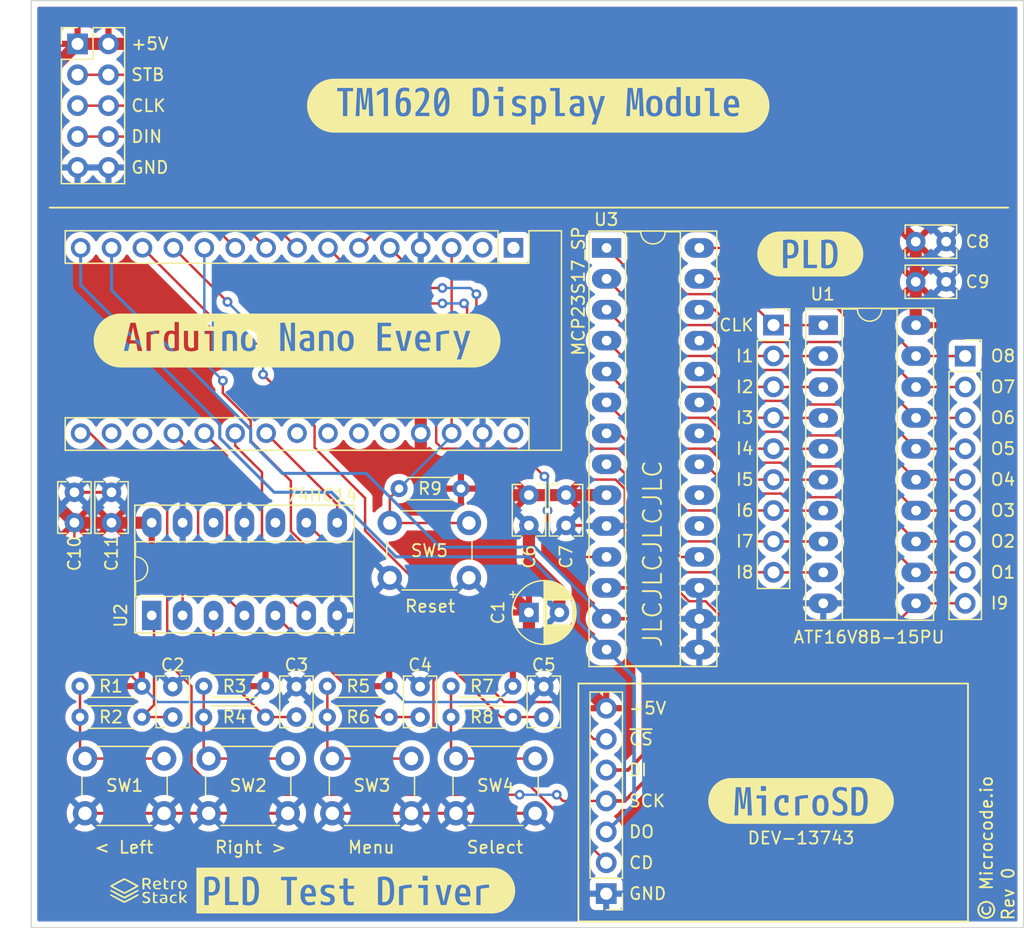
<source format=kicad_pcb>
(kicad_pcb (version 20211014) (generator pcbnew)
  (layers (0 "F.Cu" signal) (31 "B.Cu" mixed) (34 "B.Paste" user) (35 "F.Paste" user) (36 "B.SilkS" user "B.Silkscreen") (37 "F.SilkS" user "F.Silkscreen") (38 "B.Mask" user) (39 "F.Mask" user) (44 "Edge.Cuts" user))
  (net 0 "")
  (net 3 "/~{RESET}")
  (net 4 "GND")
  (net 5 "/GPIO_~{RST}")
  (net 6 "/CLK")
  (net 7 "/In9{slash}~{OE}")
  (net 8 "/DSP_STB")
  (net 9 "/DSP_CLK")
  (net 10 "/DSP_DIN")
  (net 11 "/SD_CD")
  (net 12 "/SD_~{CS}")
  (net 13 "/GPIO_~{CS}")
  (net 14 "/MOSI")
  (net 15 "/MISO")
  (net 16 "/SCK")
  (net 19 "/BTN_LEFT")
  (net 20 "/BTN_RIGHT")
  (net 21 "/BTN_MENU")
  (net 22 "/BTN_SEL")
  (net 27 "+5V")
  (net 29 "/RC_LEFT")
  (net 30 "/RC_RIGHT")
  (net 31 "/RC_MENU")
  (net 32 "/RC_SEL")
  (net 33 "/In1")
  (net 34 "/In2")
  (net 35 "/In3")
  (net 36 "/In4")
  (net 37 "/In5")
  (net 38 "/In6")
  (net 39 "/In7")
  (net 40 "/In8")
  (net 41 "/Out8")
  (net 42 "/Out7")
  (net 43 "/Out6")
  (net 44 "/Out5")
  (net 45 "/Out4")
  (net 46 "/Out3")
  (net 47 "/Out2")
  (net 48 "/Out1")
  (net 53 "/VD_L")
  (net 54 "/VD_R")
  (net 55 "/VD_M")
  (net 56 "/VD_S")
  (footprint "RetroStack:RetroStackFullLogo13x10mm" (layer "F.Cu") (at 85.598 104.394)
    (fp_text reference "G***" hide)
    (fp_text value "LOGO" hide)
  )
  (footprint "Capacitor_THT:C_Rect_L4.0mm_W2.5mm_P2.50mm" (layer "F.Cu") (at 116.84 71.882 -90)
    (fp_text reference "C6")
    (fp_text value "1u")
  )
  (footprint "kibuzzard-644A8BCE" (layer "F.Cu") (at 139.192 97.028)
    (fp_text reference "kibuzzard-644A8BCE" hide)
    (fp_text value "G***" hide)
  )
  (footprint "Capacitor_THT:C_Rect_L4.0mm_W2.5mm_P2.50mm" (layer "F.Cu") (at 118.058 90.134 90)
    (fp_text reference "C5")
    (fp_text value "1u")
  )
  (footprint "Capacitor_THT:CP_Radial_D5.0mm_P2.50mm" (layer "F.Cu") (at 116.84 81.534)
    (fp_text reference "C1")
    (fp_text value "10u")
  )
  (footprint "Capacitor_THT:C_Rect_L4.0mm_W2.5mm_P2.50mm" (layer "F.Cu") (at 97.738 90.134 90)
    (fp_text reference "C3")
    (fp_text value "1u")
  )
  (footprint "Resistor_THT:R_Axial_DIN0204_L3.6mm_D1.6mm_P5.08mm_Horizontal" (layer "F.Cu") (at 90.118 90.134)
    (fp_text reference "R4")
    (fp_text value "1k")
  )
  (footprint "Button_Switch_THT:SW_PUSH_6mm" (layer "F.Cu") (at 86.868 98.044 180)
    (fp_text reference "SW1")
    (fp_text value "SW_Left")
  )
  (footprint "Package_DIP:DIP-28_W7.62mm_Socket_LongPads" (layer "F.Cu") (at 123.215 51.572)
    (fp_text reference "U3")
    (fp_text value "MCP23S17_SP")
  )
  (footprint "Capacitor_THT:C_Rect_L4.0mm_W2.5mm_P2.50mm" (layer "F.Cu") (at 82.545 74.158 90)
    (fp_text reference "C11")
    (fp_text value "0u1")
  )
  (footprint "Package_DIP:DIP-14_W7.62mm_Socket_LongPads" (layer "F.Cu") (at 85.847 81.778 90)
    (fp_text reference "U2")
    (fp_text value "74HC14")
  )
  (footprint "Connector_PinSocket_2.54mm:PinSocket_1x09_P2.54mm_Vertical" (layer "F.Cu") (at 152.679 60.462)
    (fp_text reference "J4" hide)
    (fp_text value "HDR_OUT")
  )
  (footprint "Capacitor_THT:C_Rect_L4.0mm_W2.5mm_P2.50mm" (layer "F.Cu") (at 87.578 90.134 90)
    (fp_text reference "C2")
    (fp_text value "1u")
  )
  (footprint "kibuzzard-644A909B" (layer "F.Cu") (at 139.954 52.07)
    (fp_text reference "kibuzzard-644A909B" hide)
    (fp_text value "G***" hide)
  )
  (footprint "Button_Switch_THT:SW_PUSH_6mm" (layer "F.Cu") (at 107.188 98.044 180)
    (fp_text reference "SW3")
    (fp_text value "SW_Menu")
  )
  (footprint "Module:Arduino_Nano" (layer "F.Cu") (at 115.57 51.562 -90)
    (fp_text reference "A1" hide)
    (fp_text value "Arduino_Nano_Every")
  )
  (footprint "Package_DIP:DIP-20_W7.62mm_Socket_LongPads" (layer "F.Cu") (at 141.02 57.922)
    (fp_text reference "U1")
    (fp_text value "ATF16V8B-15PU")
  )
  (footprint "Capacitor_THT:C_Rect_L4.0mm_W2.5mm_P2.50mm" (layer "F.Cu") (at 148.615 54.356)
    (fp_text reference "C9")
    (fp_text value "0u1")
  )
  (footprint "Resistor_THT:R_Axial_DIN0204_L3.6mm_D1.6mm_P5.08mm_Horizontal" (layer "F.Cu") (at 79.958 87.594)
    (fp_text reference "R1")
    (fp_text value "1k")
  )
  (footprint "Button_Switch_THT:SW_PUSH_6mm" (layer "F.Cu") (at 97.028 98.044 180)
    (fp_text reference "SW2")
    (fp_text value "SW_Right")
  )
  (footprint "Resistor_THT:R_Axial_DIN0204_L3.6mm_D1.6mm_P5.08mm_Horizontal" (layer "F.Cu") (at 110.438 90.134)
    (fp_text reference "R8")
    (fp_text value "1k")
  )
  (footprint "Connector_PinHeader_2.54mm:PinHeader_1x07_P2.54mm_Vertical" (layer "F.Cu") (at 123.19 104.648 180)
    (fp_text reference "J2" hide)
    (fp_text value "HDR_SD")
  )
  (footprint "kibuzzard-644A90FB" (layer "F.Cu") (at 97.79 59.182)
    (fp_text reference "kibuzzard-644A90FB" hide)
    (fp_text value "G***" hide)
  )
  (footprint "kibuzzard-644AA1EA" (layer "F.Cu") (at 102.616 104.394)
    (fp_text reference "kibuzzard-644AA1EA" hide)
    (fp_text value "G***" hide)
  )
  (footprint "Connector_PinSocket_2.54mm:PinSocket_1x09_P2.54mm_Vertical" (layer "F.Cu") (at 136.931 57.912)
    (fp_text reference "J3" hide)
    (fp_text value "HDR_IN")
  )
  (footprint "Resistor_THT:R_Axial_DIN0204_L3.6mm_D1.6mm_P5.08mm_Horizontal" (layer "F.Cu") (at 79.958 90.134)
    (fp_text reference "R2")
    (fp_text value "1k")
  )
  (footprint "Capacitor_THT:C_Rect_L4.0mm_W2.5mm_P2.50mm" (layer "F.Cu") (at 107.898 90.134 90)
    (fp_text reference "C4")
    (fp_text value "1u")
  )
  (footprint "Resistor_THT:R_Axial_DIN0204_L3.6mm_D1.6mm_P5.08mm_Horizontal" (layer "F.Cu") (at 90.118 87.594)
    (fp_text reference "R3")
    (fp_text value "1k")
  )
  (footprint "Capacitor_THT:C_Rect_L4.0mm_W2.5mm_P2.50mm" (layer "F.Cu") (at 119.888 71.882 -90)
    (fp_text reference "C7")
    (fp_text value "0u1")
  )
  (footprint "Capacitor_THT:C_Rect_L4.0mm_W2.5mm_P2.50mm" (layer "F.Cu") (at 148.615 51.054)
    (fp_text reference "C8")
    (fp_text value "1u")
  )
  (footprint "Resistor_THT:R_Axial_DIN0204_L3.6mm_D1.6mm_P5.08mm_Horizontal" (layer "F.Cu") (at 100.278 90.134)
    (fp_text reference "R6")
    (fp_text value "1k")
  )
  (footprint "Connector_PinHeader_2.54mm:PinHeader_2x05_P2.54mm_Vertical" (layer "F.Cu") (at 79.756 34.798)
    (fp_text reference "J1" hide)
    (fp_text value "HDR_TM1620DSP")
  )
  (footprint "Button_Switch_THT:SW_PUSH_6mm" (layer "F.Cu") (at 117.348 98.044 180)
    (fp_text reference "SW4")
    (fp_text value "SW_Select")
  )
  (footprint "kibuzzard-644A91A0" (layer "F.Cu") (at 117.602 39.878)
    (fp_text reference "kibuzzard-644A91A0" hide)
    (fp_text value "G***" hide)
  )
  (footprint "Button_Switch_THT:SW_PUSH_6mm" (layer "F.Cu") (at 105.41 74.184)
    (fp_text reference "SW5")
    (fp_text value "SW_RST")
  )
  (footprint "Resistor_THT:R_Axial_DIN0204_L3.6mm_D1.6mm_P5.08mm_Horizontal" (layer "F.Cu") (at 110.438 87.594)
    (fp_text reference "R7")
    (fp_text value "1k")
  )
  (footprint "Capacitor_THT:C_Rect_L4.0mm_W2.5mm_P2.50mm" (layer "F.Cu") (at 79.497 74.158 90)
    (fp_text reference "C10")
    (fp_text value "1u")
  )
  (footprint "Resistor_THT:R_Axial_DIN0204_L3.6mm_D1.6mm_P5.08mm_Horizontal" (layer "F.Cu") (at 100.278 87.594)
    (fp_text reference "R5")
    (fp_text value "1k")
  )
  (footprint "Resistor_THT:R_Axial_DIN0204_L3.6mm_D1.6mm_P5.08mm_Horizontal" (layer "F.Cu") (at 106.172 71.354)
    (fp_text reference "R9")
    (fp_text value "1k")
  )
  (gr_line (start 77.47 48.26) (end 156.21 48.26) (layer "F.SilkS") (width 0.15))
  (gr_rect (start 120.904 87.376) (end 152.908 106.934) (layer "F.SilkS") (width 0.15) (fill none))
  (gr_rect (start 75.946 31.242) (end 157.48 107.442) (layer "Edge.Cuts") (width 0.1) (fill none))
  (gr_text "CLK" (at 135.382 57.912) (layer "F.SilkS") (effects (font (size 1 1)) (justify right)))
  (gr_text "O1" (at 154.686 78.232) (layer "F.SilkS") (effects (font (size 1 1)) (justify left)))
  (gr_text "O4" (at 154.686 70.612) (layer "F.SilkS") (effects (font (size 1 1)) (justify left)))
  (gr_text "JLCJLCJLCJLC" (at 127 76.708 90) (layer "F.SilkS") (effects (font (size 1.5 1.5) (thickness 0.153))))
  (gr_text "O2" (at 154.686 75.692) (layer "F.SilkS") (effects (font (size 1 1)) (justify left)))
  (gr_text "+5V" (at 124.968 89.408) (layer "F.SilkS") (effects (font (size 1 1)) (justify left)))
  (gr_text "I2" (at 135.382 62.992) (layer "F.SilkS") (effects (font (size 1 1)) (justify right)))
  (gr_text "I1" (at 135.382 60.452) (layer "F.SilkS") (effects (font (size 1 1)) (justify right)))
  (gr_text "O6" (at 154.686 65.532) (layer "F.SilkS") (effects (font (size 1 1)) (justify left)))
  (gr_text "© Microcode.io" (at 154.432 106.934 90) (layer "F.SilkS") (effects (font (size 1 1)) (justify left)))
  (gr_text "~{CS}" (at 124.968 91.948) (layer "F.SilkS") (effects (font (size 1 1)) (justify left)))
  (gr_text "Rev 0" (at 156.21 106.934 90) (layer "F.SilkS") (effects (font (size 1 1)) (justify left)))
  (gr_text "SCK" (at 124.968 97.028) (layer "F.SilkS") (effects (font (size 1 1)) (justify left)))
  (gr_text "Reset" (at 108.712 81.026) (layer "F.SilkS") (effects (font (size 1 1))))
  (gr_text "I4" (at 135.382 68.072) (layer "F.SilkS") (effects (font (size 1 1)) (justify right)))
  (gr_text "Select" (at 114.046 100.838) (layer "F.SilkS") (effects (font (size 1 1))))
  (gr_text "O5" (at 154.686 68.072) (layer "F.SilkS") (effects (font (size 1 1)) (justify left)))
  (gr_text "I8" (at 135.382 78.232) (layer "F.SilkS") (effects (font (size 1 1)) (justify right)))
  (gr_text "O8" (at 154.686 60.452) (layer "F.SilkS") (effects (font (size 1 1)) (justify left)))
  (gr_text "O3" (at 154.686 73.152) (layer "F.SilkS") (effects (font (size 1 1)) (justify left)))
  (gr_text "STB" (at 84.074 37.338) (layer "F.SilkS") (effects (font (size 1 1)) (justify left)))
  (gr_text "DI" (at 124.95822 94.488) (layer "F.SilkS") (effects (font (size 1 1)) (justify left)))
  (gr_text "< Left" (at 83.566 100.838) (layer "F.SilkS") (effects (font (size 1 1))))
  (gr_text "I9" (at 154.686 80.772) (layer "F.SilkS") (effects (font (size 1 1)) (justify left)))
  (gr_text "+5V" (at 84.074 34.798) (layer "F.SilkS") (effects (font (size 1 1)) (justify left)))
  (gr_text "CLK" (at 84.074 39.878) (layer "F.SilkS") (effects (font (size 1 1)) (justify left)))
  (gr_text "DIN" (at 84.074 42.418) (layer "F.SilkS") (effects (font (size 1 1)) (justify left)))
  (gr_text "GND" (at 84.074 44.958) (layer "F.SilkS") (effects (font (size 1 1)) (justify left)))
  (gr_text "I3" (at 135.382 65.532) (layer "F.SilkS") (effects (font (size 1 1)) (justify right)))
  (gr_text "O7" (at 154.686 62.992) (layer "F.SilkS") (effects (font (size 1 1)) (justify left)))
  (gr_text "Menu" (at 103.886 100.838) (layer "F.SilkS") (effects (font (size 1 1))))
  (gr_text "DO" (at 124.968 99.568) (layer "F.SilkS") (effects (font (size 1 1)) (justify left)))
  (gr_text "I6" (at 135.382 73.152) (layer "F.SilkS") (effects (font (size 1 1)) (justify right)))
  (gr_text "I7" (at 135.382 75.692) (layer "F.SilkS") (effects (font (size 1 1)) (justify right)))
  (gr_text "CD" (at 124.968 102.108) (layer "F.SilkS") (effects (font (size 1 1)) (justify left)))
  (gr_text "I5" (at 135.382 70.612) (layer "F.SilkS") (effects (font (size 1 1)) (justify right)))
  (gr_text "DEV-13743" (at 139.192 100.076) (layer "F.SilkS") (effects (font (size 1 1))))
  (gr_text "Right >" (at 93.98 100.838) (layer "F.SilkS") (effects (font (size 1 1))))
  (gr_text "GND" (at 124.968 104.648) (layer "F.SilkS") (effects (font (size 1 1)) (justify left)))
  (segment (start 105.41 74.184) (end 105.41 72.116) (width 0.2) (layer "F.Cu") (net 3))
  (segment (start 111.91 74.184) (end 105.41 74.184) (width 0.2) (layer "F.Cu") (net 3))
  (segment (start 110.49 66.802) (end 110.49 51.562) (width 0.2) (layer "F.Cu") (net 3))
  (segment (start 105.41 72.116) (end 106.172 71.354) (width 0.2) (layer "F.Cu") (net 3))
  (segment (start 106.172 71.354) (end 110.49 67.036) (width 0.2) (layer "B.Cu") (net 3))
  (segment (start 117.348 98.044) (end 110.848 98.044) (width 0.25) (layer "F.Cu") (net 4))
  (segment (start 116.84 77.216) (end 116.84 74.382) (width 1) (layer "F.Cu") (net 4))
  (segment (start 107.188 98.044) (end 110.848 98.044) (width 0.25) (layer "F.Cu") (net 4))
  (segment (start 79.497 71.658) (end 82.545 71.658) (width 0.25) (layer "F.Cu") (net 4))
  (segment (start 86.868 98.044) (end 90.528 98.044) (width 0.25) (layer "F.Cu") (net 4))
  (segment (start 121.6399 74.382) (end 121.6899 74.432) (width 0.25) (layer "F.Cu") (net 4))
  (segment (start 80.368 98.044) (end 86.868 98.044) (width 0.25) (layer "F.Cu") (net 4))
  (segment (start 119.888 74.382) (end 121.6399 74.382) (width 0.25) (layer "F.Cu") (net 4))
  (segment (start 119.34 81.534) (end 119.34 79.716) (width 1) (layer "F.Cu") (net 4))
  (segment (start 100.688 98.044) (end 107.188 98.044) (width 0.25) (layer "F.Cu") (net 4))
  (segment (start 123.215 74.432) (end 121.6899 74.432) (width 0.25) (layer "F.Cu") (net 4))
  (segment (start 119.34 79.716) (end 116.84 77.216) (width 1) (layer "F.Cu") (net 4))
  (segment (start 90.528 98.044) (end 97.028 98.044) (width 0.25) (layer "F.Cu") (net 4))
  (segment (start 118.54 87.152) (end 118.058 87.634) (width 0.25) (layer "B.Cu") (net 4))
  (segment (start 124.206 68.072) (end 122.174 68.072) (width 0.2) (layer "F.Cu") (net 5))
  (segment (start 109.728 54.864) (end 108.712 54.864) (width 0.2) (layer "F.Cu") (net 5))
  (segment (start 129.296 76.972) (end 127 74.676) (width 0.2) (layer "F.Cu") (net 5))
  (segment (start 112.522 58.42) (end 112.522 55.372) (width 0.2) (layer "F.Cu") (net 5))
  (segment (start 108.712 54.864) (end 105.41 51.562) (width 0.2) (layer "F.Cu") (net 5))
  (segment (start 130.835 76.972) (end 129.296 76.972) (width 0.2) (layer "F.Cu") (net 5))
  (segment (start 122.174 68.072) (end 112.522 58.42) (width 0.2) (layer "F.Cu") (net 5))
  (segment (start 127 74.676) (end 127 70.866) (width 0.2) (layer "F.Cu") (net 5))
  (segment (start 127 70.866) (end 124.206 68.072) (width 0.2) (layer "F.Cu") (net 5))
  (via (at 109.728 54.864) (size 0.8) (drill 0.4) (layers "F.Cu" "B.Cu") (net 5))
  (via (at 112.522 55.372) (size 0.8) (drill 0.4) (layers "F.Cu" "B.Cu") (net 5))
  (segment (start 112.014 54.864) (end 109.728 54.864) (width 0.2) (layer "B.Cu") (net 5))
  (segment (start 112.522 55.372) (end 112.014 54.864) (width 0.2) (layer "B.Cu") (net 5))
  (segment (start 123.952 49.53) (end 129.794 55.372) (width 0.2) (layer "F.Cu") (net 6))
  (segment (start 141.02 57.922) (end 136.941 57.922) (width 0.2) (layer "F.Cu") (net 6))
  (segment (start 104.902 49.53) (end 123.952 49.53) (width 0.2) (layer "F.Cu") (net 6))
  (segment (start 129.794 55.372) (end 134.391 55.372) (width 0.2) (layer "F.Cu") (net 6))
  (segment (start 102.87 51.562) (end 104.902 49.53) (width 0.2) (layer "F.Cu") (net 6))
  (segment (start 134.391 55.372) (end 136.931 57.912) (width 0.2) (layer "F.Cu") (net 6))
  (segment (start 129.979 80.612) (end 124.715 75.3476) (width 0.2) (layer "F.Cu") (net 7))
  (segment (start 121.92 70.612) (end 111.76 60.452) (width 0.2) (layer "F.Cu") (net 7))
  (segment (start 131.351 80.612) (end 129.979 80.612) (width 0.2) (layer "F.Cu") (net 7))
  (segment (start 148.64 80.782) (end 152.679 80.782) (width 0.2) (layer "F.Cu") (net 7))
  (segment (start 147.126 82.296) (end 133.035 82.296) (width 0.2) (layer "F.Cu") (net 7))
  (segment (start 111.76 56.388) (end 111.506 56.134) (width 0.2) (layer "F.Cu") (net 7))
  (segment (start 104.902 56.134) (end 100.33 51.562) (width 0.2) (layer "F.Cu") (net 7))
  (segment (start 124.715 71.375) (end 123.952 70.612) (width 0.2) (layer "F.Cu") (net 7))
  (segment (start 133.035 82.296) (end 131.351 80.612) (width 0.2) (layer "F.Cu") (net 7))
  (segment (start 148.64 80.782) (end 147.126 82.296) (width 0.2) (layer "F.Cu") (net 7))
  (segment (start 109.728 56.134) (end 104.902 56.134) (width 0.2) (layer "F.Cu") (net 7))
  (segment (start 111.76 60.452) (end 111.76 56.388) (width 0.2) (layer "F.Cu") (net 7))
  (segment (start 123.952 70.612) (end 121.92 70.612) (width 0.2) (layer "F.Cu") (net 7))
  (segment (start 124.715 75.3476) (end 124.715 71.375) (width 0.2) (layer "F.Cu") (net 7))
  (via (at 111.506 56.134) (size 0.8) (drill 0.4) (layers "F.Cu" "B.Cu") (net 7))
  (via (at 109.728 56.134) (size 0.8) (drill 0.4) (layers "F.Cu" "B.Cu") (net 7))
  (segment (start 111.506 56.134) (end 109.728 56.134) (width 0.2) (layer "B.Cu") (net 7))
  (segment (start 82.296 37.338) (end 83.566 37.338) (width 0.2) (layer "F.Cu") (net 8))
  (segment (start 79.756 37.338) (end 82.296 37.338) (width 0.2) (layer "F.Cu") (net 8))
  (segment (start 83.566 37.338) (end 97.79 51.562) (width 0.2) (layer "F.Cu") (net 8))
  (segment (start 79.756 39.878) (end 82.296 39.878) (width 0.2) (layer "F.Cu") (net 9))
  (segment (start 82.296 39.878) (end 83.566 39.878) (width 0.2) (layer "F.Cu") (net 9))
  (segment (start 83.566 39.878) (end 95.25 51.562) (width 0.2) (layer "F.Cu") (net 9))
  (segment (start 79.756 42.418) (end 82.296 42.418) (width 0.2) (layer "F.Cu") (net 10))
  (segment (start 82.296 42.418) (end 83.566 42.418) (width 0.2) (layer "F.Cu") (net 10))
  (segment (start 83.566 42.418) (end 92.71 51.562) (width 0.2) (layer "F.Cu") (net 10))
  (segment (start 97.282 74.851) (end 108.998 86.567) (width 0.2) (layer "F.Cu") (net 11))
  (segment (start 108.998 94.012) (end 110.236 95.25) (width 0.2) (layer "F.Cu") (net 11))
  (segment (start 91.694 63.5) (end 93.98 65.786) (width 0.2) (layer "F.Cu") (net 11))
  (segment (start 110.236 95.25) (end 116.392 95.25) (width 0.2) (layer "F.Cu") (net 11))
  (segment (start 91.694 62.484) (end 91.694 63.5) (width 0.2) (layer "F.Cu") (net 11))
  (segment (start 93.98 65.786) (end 93.98 67.4276) (width 0.2) (layer "F.Cu") (net 11))
  (segment (start 116.392 95.25) (end 123.19 102.048) (width 0.2) (layer "F.Cu") (net 11))
  (segment (start 108.998 86.567) (end 108.998 94.012) (width 0.2) (layer "F.Cu") (net 11))
  (segment (start 93.98 67.4276) (end 97.282 70.7296) (width 0.2) (layer "F.Cu") (net 11))
  (segment (start 97.282 70.7296) (end 97.282 74.851) (width 0.2) (layer "F.Cu") (net 11))
  (via (at 91.694 62.484) (size 0.8) (drill 0.4) (layers "F.Cu" "B.Cu") (net 11))
  (segment (start 91.694 62.484) (end 90.17 60.96) (width 0.2) (layer "B.Cu") (net 11))
  (segment (start 90.17 60.96) (end 90.17 51.562) (width 0.2) (layer "B.Cu") (net 11))
  (segment (start 123.19 91.948) (end 122.174 91.948) (width 0.2) (layer "F.Cu") (net 12))
  (segment (start 103.378 74.8135) (end 103.378 72.136) (width 0.2) (layer "F.Cu") (net 12))
  (segment (start 113.792 85.2275) (end 103.378 74.8135) (width 0.2) (layer "F.Cu") (net 12))
  (segment (start 92.075 56.007) (end 87.63 51.562) (width 0.2) (layer "F.Cu") (net 12))
  (segment (start 113.792 87.884) (end 113.792 85.2275) (width 0.2) (layer "F.Cu") (net 12))
  (segment (start 99.23 67.988) (end 99.23 66.21) (width 0.2) (layer "F.Cu") (net 12))
  (segment (start 103.378 72.136) (end 99.23 67.988) (width 0.2) (layer "F.Cu") (net 12))
  (segment (start 119.126 88.9) (end 114.808 88.9) (width 0.2) (layer "F.Cu") (net 12))
  (segment (start 122.174 91.948) (end 119.126 88.9) (width 0.2) (layer "F.Cu") (net 12))
  (segment (start 99.23 66.21) (end 94.996 61.976) (width 0.2) (layer "F.Cu") (net 12))
  (segment (start 114.808 88.9) (end 113.792 87.884) (width 0.2) (layer "F.Cu") (net 12))
  (via (at 92.075 56.007) (size 0.8) (drill 0.4) (layers "F.Cu" "B.Cu") (net 12))
  (via (at 94.996 61.976) (size 0.8) (drill 0.4) (layers "F.Cu" "B.Cu") (net 12))
  (segment (start 94.996 58.928) (end 92.075 56.007) (width 0.2) (layer "B.Cu") (net 12))
  (segment (start 94.996 61.976) (end 94.996 58.928) (width 0.2) (layer "B.Cu") (net 12))
  (segment (start 109.22 62.738) (end 109.22 67.564) (width 0.2) (layer "F.Cu") (net 13))
  (segment (start 115.824 68.072) (end 118.11 70.358) (width 0.2) (layer "F.Cu") (net 13))
  (segment (start 118.364 75.184) (end 118.364 73.152) (width 0.2) (layer "F.Cu") (net 13))
  (segment (start 109.22 67.564) (end 109.728 68.072) (width 0.2) (layer "F.Cu") (net 13))
  (segment (start 123.215 76.972) (end 120.152 76.972) (width 0.2) (layer "F.Cu") (net 13))
  (segment (start 105.918 59.436) (end 109.22 62.738) (width 0.2) (layer "F.Cu") (net 13))
  (segment (start 92.964 59.436) (end 105.918 59.436) (width 0.2) (layer "F.Cu") (net 13))
  (segment (start 120.152 76.972) (end 118.364 75.184) (width 0.2) (layer "F.Cu") (net 13))
  (segment (start 109.728 68.072) (end 115.824 68.072) (width 0.2) (layer "F.Cu") (net 13))
  (segment (start 85.09 51.562) (end 92.964 59.436) (width 0.2) (layer "F.Cu") (net 13))
  (via (at 118.364 73.152) (size 0.8) (drill 0.4) (layers "F.Cu" "B.Cu") (net 13))
  (via (at 118.11 70.358) (size 0.8) (drill 0.4) (layers "F.Cu" "B.Cu") (net 13))
  (segment (start 118.364 73.152) (end 118.364 70.612) (width 0.2) (layer "B.Cu") (net 13))
  (segment (start 118.364 70.612) (end 118.11 70.358) (width 0.2) (layer "B.Cu") (net 13))
  (segment (start 126.238 93.218) (end 126.238 83.058) (width 0.3) (layer "F.Cu") (net 14))
  (segment (start 123.19 94.488) (end 124.968 94.488) (width 0.3) (layer "F.Cu") (net 14))
  (segment (start 126.238 83.058) (end 125.222 82.042) (width 0.3) (layer "F.Cu") (net 14))
  (segment (start 125.212 82.052) (end 123.215 82.052) (width 0.3) (layer "F.Cu") (net 14))
  (segment (start 125.222 82.042) (end 125.212 82.052) (width 0.3) (layer "F.Cu") (net 14))
  (segment (start 124.968 94.488) (end 126.238 93.218) (width 0.3) (layer "F.Cu") (net 14))
  (segment (start 103.4722 70.104) (end 96.58325 70.104) (width 0.25) (layer "B.Cu") (net 14))
  (segment (start 93.98 66.4809) (end 82.55 55.0509) (width 0.25) (layer "B.Cu") (net 14))
  (segment (start 96.58325 70.104) (end 93.98 67.50075) (width 0.25) (layer "B.Cu") (net 14))
  (segment (start 109.538 76.1698) (end 103.4722 70.104) (width 0.25) (layer "B.Cu") (net 14))
  (segment (start 117.3178 76.1698) (end 109.538 76.1698) (width 0.25) (layer "B.Cu") (net 14))
  (segment (start 82.55 55.0509) (end 82.55 51.562) (width 0.25) (layer "B.Cu") (net 14))
  (segment (start 93.98 67.50075) (end 93.98 66.4809) (width 0.25) (layer "B.Cu") (net 14))
  (segment (start 123.2 82.052) (end 117.3178 76.1698) (width 0.25) (layer "B.Cu") (net 14))
  (segment (start 120.904 81.026) (end 120.904 82.281) (width 0.25) (layer "B.Cu") (net 15))
  (segment (start 95.8975 71.6525) (end 100.6142 71.6525) (width 0.25) (layer "B.Cu") (net 15))
  (segment (start 120.904 82.281) (end 123.215 84.592) (width 0.25) (layer "B.Cu") (net 15))
  (segment (start 80.01 54.61) (end 91.44 66.04) (width 0.25) (layer "B.Cu") (net 15))
  (segment (start 116.8402 76.9622) (end 120.904 81.026) (width 0.25) (layer "B.Cu") (net 15))
  (segment (start 125.476 86.853) (end 125.476 97.282) (width 0.3) (layer "B.Cu") (net 15))
  (segment (start 100.6142 71.6525) (end 105.9239 76.9622) (width 0.25) (layer "B.Cu") (net 15))
  (segment (start 123.215 84.592) (end 125.476 86.853) (width 0.3) (layer "B.Cu") (net 15))
  (segment (start 105.9239 76.9622) (end 116.8402 76.9622) (width 0.25) (layer "B.Cu") (net 15))
  (segment (start 80.01 51.562) (end 80.01 54.61) (width 0.25) (layer "B.Cu") (net 15))
  (segment (start 91.44 66.04) (end 91.44 67.195) (width 0.25) (layer "B.Cu") (net 15))
  (segment (start 125.476 97.282) (end 123.19 99.568) (width 0.3) (layer "B.Cu") (net 15))
  (segment (start 91.44 67.195) (end 95.8975 71.6525) (width 0.25) (layer "B.Cu") (net 15))
  (segment (start 119.126 96.52) (end 119.634 97.028) (width 0.2) (layer "F.Cu") (net 16))
  (segment (start 87.122 73.1374) (end 87.122 85.6224) (width 0.2) (layer "F.Cu") (net 16))
  (segment (start 119.634 97.028) (end 123.19 97.028) (width 0.2) (layer "F.Cu") (net 16))
  (segment (start 127.508 80.772) (end 126.238 79.502) (width 0.3) (layer "F.Cu") (net 16))
  (segment (start 123.19 97.028) (end 124.714 97.028) (width 0.3) (layer "F.Cu") (net 16))
  (segment (start 80.7866 66.802) (end 87.122 73.1374) (width 0.2) (layer "F.Cu") (net 16))
  (segment (start 127.508 94.234) (end 127.508 80.772) (width 0.3) (layer "F.Cu") (net 16))
  (segment (start 126.238 79.502) (end 126.228 79.512) (width 0.3) (layer "F.Cu") (net 16))
  (segment (start 126.228 79.512) (end 123.215 79.512) (width 0.3) (layer "F.Cu") (net 16))
  (segment (start 89.118 94.198) (end 91.44 96.52) (width 0.2) (layer "F.Cu") (net 16))
  (segment (start 89.118 87.6184) (end 89.118 94.198) (width 0.2) (layer "F.Cu") (net 16))
  (segment (start 87.122 85.6224) (end 89.118 87.6184) (width 0.2) (layer "F.Cu") (net 16))
  (segment (start 124.714 97.028) (end 127.508 94.234) (width 0.3) (layer "F.Cu") (net 16))
  (segment (start 91.44 96.52) (end 116.078 96.52) (width 0.2) (layer "F.Cu") (net 16))
  (segment (start 80.01 66.802) (end 80.7866 66.802) (width 0.2) (layer "F.Cu") (net 16))
  (via (at 116.078 96.52) (size 0.8) (drill 0.4) (layers "F.Cu" "B.Cu") (net 16))
  (via (at 119.126 96.52) (size 0.8) (drill 0.4) (layers "F.Cu" "B.Cu") (net 16))
  (segment (start 116.078 96.52) (end 119.126 96.52) (width 0.2) (layer "B.Cu") (net 16))
  (segment (start 89.662 78.74) (end 88.387 80.015) (width 0.2) (layer "F.Cu") (net 19))
  (segment (start 89.662 68.834) (end 89.662 78.74) (width 0.2) (layer "F.Cu") (net 19))
  (segment (start 88.387 80.015) (end 88.387 81.778) (width 0.2) (layer "F.Cu") (net 19))
  (segment (start 87.63 66.802) (end 89.662 68.834) (width 0.2) (layer "F.Cu") (net 19))
  (segment (start 92.027 68.659) (end 90.17 66.802) (width 0.2) (layer "F.Cu") (net 20))
  (segment (start 93.467 81.778) (end 92.027 80.338) (width 0.2) (layer "F.Cu") (net 20))
  (segment (start 92.027 80.338) (end 92.027 68.659) (width 0.2) (layer "F.Cu") (net 20))
  (segment (start 94.907 78.138) (end 94.907 70.015) (width 0.2) (layer "F.Cu") (net 21))
  (segment (start 94.907 70.015) (end 92.71 67.818) (width 0.2) (layer "F.Cu") (net 21))
  (segment (start 98.547 81.778) (end 94.907 78.138) (width 0.2) (layer "F.Cu") (net 21))
  (segment (start 92.71 67.818) (end 92.71 66.802) (width 0.2) (layer "F.Cu") (net 21))
  (segment (start 101.087 74.158) (end 101.087 72.639) (width 0.2) (layer "F.Cu") (net 22))
  (segment (start 101.087 72.639) (end 95.25 66.802) (width 0.2) (layer "F.Cu") (net 22))
  (segment (start 82.296 34.798) (end 132.359 34.798) (width 1) (layer "F.Cu") (net 27))
  (segment (start 115.518 87.594) (end 115.518 86.158) (width 0.2) (layer "F.Cu") (net 27))
  (segment (start 113.03 69.342) (end 108.966 69.342) (width 1) (layer "F.Cu") (net 27))
  (segment (start 112.288 71.354) (end 113.665 69.977) (width 0.2) (layer "F.Cu") (net 27))
  (segment (start 116.84 81.534) (end 116.84 83.058) (width 1) (layer "F.Cu") (net 27))
  (segment (start 119.898 71.892) (end 116.83 71.892) (width 1) (layer "F.Cu") (net 27))
  (segment (start 132.359 34.798) (end 148.615 51.054) (width 1) (layer "F.Cu") (net 27))
  (segment (start 107.95 66.802) (end 107.95 63.5) (width 1) (layer "F.Cu") (net 27))
  (segment (start 77.47 72.131) (end 79.497 74.158) (width 1) (layer "F.Cu") (net 27))
  (segment (start 114.31 71.892) (end 114.3 71.882) (width 1) (layer "F.Cu") (net 27))
  (segment (start 77.47 37.084) (end 79.756 34.798) (width 1) (layer "F.Cu") (net 27))
  (segment (start 116.83 71.892) (end 114.31 71.892) (width 1) (layer "F.Cu") (net 27))
  (segment (start 114.3 71.882) (end 114.3 70.612) (width 1) (layer "F.Cu") (net 27))
  (segment (start 116.84 83.058) (end 117.729 83.947) (width 1) (layer "F.Cu") (net 27))
  (segment (start 114.3 70.612) (end 113.665 69.977) (width 1) (layer "F.Cu") (net 27))
  (segment (start 107.95 68.326) (end 107.95 66.802) (width 1) (layer "F.Cu") (net 27))
  (segment (start 77.47 60.706) (end 77.47 37.084) (width 1) (layer "F.Cu") (net 27))
  (segment (start 148.615 51.054) (end 148.615 54.356) (width 1) (layer "F.Cu") (net 27))
  (segment (start 111.252 71.354) (end 112.288 71.354) (width 0.2) (layer "F.Cu") (net 27))
  (segment (start 148.615 54.356) (end 148.615 57.897) (width 1) (layer "F.Cu") (net 27))
  (segment (start 117.729 83.947) (end 123.19 89.408) (width 1) (layer "F.Cu") (net 27))
  (segment (start 105.156 60.706) (end 77.47 60.706) (width 1) (layer "F.Cu") (net 27))
  (segment (start 82.545 74.158) (end 85.847 74.158) (width 1) (layer "F.Cu") (net 27))
  (segment (start 115.518 86.158) (end 117.729 83.947) (width 0.2) (layer "F.Cu") (net 27))
  (segment (start 79.497 74.158) (end 82.545 74.158) (width 1) (layer "F.Cu") (net 27))
  (segment (start 113.665 69.977) (end 113.03 69.342) (width 1) (layer "F.Cu") (net 27))
  (segment (start 77.47 60.706) (end 77.47 72.131) (width 1) (layer "F.Cu") (net 27))
  (segment (start 85.038 87.594) (end 79.497 82.053) (width 0.2) (layer "F.Cu") (net 27))
  (segment (start 114.3 78.994) (end 114.3 71.882) (width 1) (layer "F.Cu") (net 27))
  (segment (start 79.756 34.798) (end 82.296 34.798) (width 1) (layer "F.Cu") (net 27))
  (segment (start 108.966 69.342) (end 107.95 68.326) (width 1) (layer "F.Cu") (net 27))
  (segment (start 79.497 82.053) (end 79.497 74.158) (width 0.2) (layer "F.Cu") (net 27))
  (segment (start 116.84 81.534) (end 114.3 78.994) (width 1) (layer "F.Cu") (net 27))
  (segment (start 123.215 71.892) (end 119.898 71.892) (width 1) (layer "F.Cu") (net 27))
  (segment (start 107.95 63.5) (end 105.156 60.706) (width 1) (layer "F.Cu") (net 27))
  (segment (start 105.358 87.594) (end 106.664 88.9) (width 0.2) (layer "B.Cu") (net 27))
  (segment (start 85.038 87.594) (end 86.344 88.9) (width 0.2) (layer "B.Cu") (net 27))
  (segment (start 86.344 88.9) (end 93.892 88.9) (width 0.2) (layer "B.Cu") (net 27))
  (segment (start 93.892 88.9) (end 95.198 87.594) (width 0.2) (layer "B.Cu") (net 27))
  (segment (start 114.212 88.9) (end 115.518 87.594) (width 0.2) (layer "B.Cu") (net 27))
  (segment (start 106.664 88.9) (end 114.212 88.9) (width 0.2) (layer "B.Cu") (net 27))
  (segment (start 86.038 89.134) (end 86.038 81.969) (width 0.2) (layer "F.Cu") (net 29))
  (segment (start 85.038 90.134) (end 87.578 90.134) (width 0.2) (layer "F.Cu") (net 29))
  (segment (start 85.038 90.134) (end 86.038 89.134) (width 0.2) (layer "F.Cu") (net 29))
  (segment (start 95.198 90.134) (end 90.927 85.863) (width 0.2) (layer "F.Cu") (net 30))
  (segment (start 90.927 85.863) (end 90.927 81.778) (width 0.2) (layer "F.Cu") (net 30))
  (segment (start 95.198 90.134) (end 97.738 90.134) (width 0.2) (layer "F.Cu") (net 30))
  (segment (start 105.358 90.134) (end 107.898 90.134) (width 0.2) (layer "F.Cu") (net 31))
  (segment (start 105.358 90.134) (end 104.363 90.134) (width 0.2) (layer "F.Cu") (net 31))
  (segment (start 104.363 90.134) (end 96.007 81.778) (width 0.2) (layer "F.Cu") (net 31))
  (segment (start 115.518 90.134) (end 114.523 90.134) (width 0.2) (layer "F.Cu") (net 32))
  (segment (start 115.518 90.134) (end 118.058 90.134) (width 0.2) (layer "F.Cu") (net 32))
  (segment (start 114.523 90.134) (end 98.547 74.158) (width 0.2) (layer "F.Cu") (net 32))
  (segment (start 131.826 57.912) (end 129.555 57.912) (width 0.2) (layer "F.Cu") (net 33))
  (segment (start 129.555 57.912) (end 123.215 51.572) (width 0.2) (layer "F.Cu") (net 33))
  (segment (start 134.366 60.452) (end 131.826 57.912) (width 0.2) (layer "F.Cu") (net 33))
  (segment (start 136.931 60.452) (end 134.366 60.452) (width 0.2) (layer "F.Cu") (net 33))
  (segment (start 141.02 60.462) (end 136.941 60.462) (width 0.2) (layer "F.Cu") (net 33))
  (segment (start 131.7955 60.452) (end 129.555 60.452) (width 0.2) (layer "F.Cu") (net 34))
  (segment (start 141.02 63.002) (end 136.941 63.002) (width 0.2) (layer "F.Cu") (net 34))
  (segment (start 136.931 62.992) (end 134.3355 62.992) (width 0.2) (layer "F.Cu") (net 34))
  (segment (start 134.3355 62.992) (end 131.7955 60.452) (width 0.2) (layer "F.Cu") (net 34))
  (segment (start 129.555 60.452) (end 123.215 54.112) (width 0.2) (layer "F.Cu") (net 34))
  (segment (start 134.2085 65.532) (end 131.6685 62.992) (width 0.2) (layer "F.Cu") (net 35))
  (segment (start 129.555 62.992) (end 123.215 56.652) (width 0.2) (layer "F.Cu") (net 35))
  (segment (start 141.02 65.542) (end 136.941 65.542) (width 0.2) (layer "F.Cu") (net 35))
  (segment (start 136.931 65.532) (end 134.2085 65.532) (width 0.2) (layer "F.Cu") (net 35))
  (segment (start 131.6685 62.992) (end 129.555 62.992) (width 0.2) (layer "F.Cu") (net 35))
  (segment (start 141.02 68.082) (end 136.941 68.082) (width 0.2) (layer "F.Cu") (net 36))
  (segment (start 129.555 65.532) (end 123.215 59.192) (width 0.2) (layer "F.Cu") (net 36))
  (segment (start 131.572 65.532) (end 129.555 65.532) (width 0.2) (layer "F.Cu") (net 36))
  (segment (start 134.112 68.072) (end 131.572 65.532) (width 0.2) (layer "F.Cu") (net 36))
  (segment (start 136.931 68.072) (end 134.112 68.072) (width 0.2) (layer "F.Cu") (net 36))
  (segment (start 136.931 70.612) (end 134.2085 70.612) (width 0.2) (layer "F.Cu") (net 37))
  (segment (start 129.555 68.072) (end 123.215 61.732) (width 0.2) (layer "F.Cu") (net 37))
  (segment (start 134.2085 70.612) (end 131.6685 68.072) (width 0.2) (layer "F.Cu") (net 37))
  (segment (start 141.02 70.622) (end 136.941 70.622) (width 0.2) (layer "F.Cu") (net 37))
  (segment (start 131.6685 68.072) (end 129.555 68.072) (width 0.2) (layer "F.Cu") (net 37))
  (segment (start 129.794 73.152) (end 128.524 71.882) (width 0.2) (layer "F.Cu") (net 38))
  (segment (start 141.02 73.162) (end 136.941 73.162) (width 0.2) (layer "F.Cu") (net 38))
  (segment (start 128.524 69.581) (end 123.215 64.272) (width 0.2) (layer "F.Cu") (net 38))
  (segment (start 136.931 73.152) (end 129.794 73.152) (width 0.2) (layer "F.Cu") (net 38))
  (segment (start 128.524 71.882) (end 128.524 69.581) (width 0.2) (layer "F.Cu") (net 38))
  (segment (start 141.02 75.702) (end 136.941 75.702) (width 0.2) (layer "F.Cu") (net 39))
  (segment (start 129.54 75.692) (end 127.762 73.914) (width 0.2) (layer "F.Cu") (net 39))
  (segment (start 127.762 73.914) (end 127.762 70.358) (width 0.2) (layer "F.Cu") (net 39))
  (segment (start 127.762 70.358) (end 124.216 66.812) (width 0.2) (layer "F.Cu") (net 39))
  (segment (start 136.931 75.692) (end 129.54 75.692) (width 0.2) (layer "F.Cu") (net 39))
  (segment (start 136.931 78.232) (end 129.032 78.232) (width 0.2) (layer "F.Cu") (net 40))
  (segment (start 141.02 78.242) (end 136.941 78.242) (width 0.2) (layer "F.Cu") (net 40))
  (segment (start 126.238 75.438) (end 126.238 71.628) (width 0.2) (layer "F.Cu") (net 40))
  (segment (start 129.032 78.232) (end 126.238 75.438) (width 0.2) (layer "F.Cu") (net 40))
  (segment (start 126.238 71.628) (end 123.962 69.352) (width 0.2) (layer "F.Cu") (net 40))
  (segment (start 148.64 60.462) (end 152.679 60.462) (width 0.2) (layer "F.Cu") (net 41))
  (segment (start 139.75 51.572) (end 130.835 51.572) (width 0.2) (layer "F.Cu") (net 41))
  (segment (start 148.64 60.462) (end 139.75 51.572) (width 0.2) (layer "F.Cu") (net 41))
  (segment (start 148.64 63.002) (end 152.679 63.002) (width 0.2) (layer "F.Cu") (net 42))
  (segment (start 139.75 54.112) (end 130.835 54.112) (width 0.2) (layer "F.Cu") (net 42))
  (segment (start 148.64 63.002) (end 139.75 54.112) (width 0.2) (layer "F.Cu") (net 42))
  (segment (start 148.64 65.542) (end 142.4 59.302) (width 0.2) (layer "F.Cu") (net 43))
  (segment (start 132.09 56.652) (end 130.835 56.652) (width 0.2) (layer "F.Cu") (net 43))
  (segment (start 148.64 65.542) (end 152.679 65.542) (width 0.2) (layer "F.Cu") (net 43))
  (segment (start 134.74 59.302) (end 132.09 56.652) (width 0.2) (layer "F.Cu") (net 43))
  (segment (start 142.4 59.302) (end 134.74 59.302) (width 0.2) (layer "F.Cu") (net 43))
  (segment (start 148.64 68.082) (end 142.16 61.602) (width 0.2) (layer "F.Cu") (net 44))
  (segment (start 134.119 61.602) (end 131.709 59.192) (width 0.2) (layer "F.Cu") (net 44))
  (segment (start 142.16 61.602) (end 134.119 61.602) (width 0.2) (layer "F.Cu") (net 44))
  (segment (start 148.64 68.082) (end 152.679 68.082) (width 0.2) (layer "F.Cu") (net 44))
  (segment (start 137.802 64.142) (end 134.186 64.142) (width 0.2) (layer "F.Cu") (net 45))
  (segment (start 138.102 64.442) (end 137.802 64.142) (width 0.2) (layer "F.Cu") (net 45))
  (segment (start 148.64 70.622) (end 152.679 70.622) (width 0.2) (layer "F.Cu") (net 45))
  (segment (start 148.64 70.622) (end 142.46 64.442) (width 0.2) (layer "F.Cu") (net 45))
  (segment (start 142.46 64.442) (end 138.102 64.442) (width 0.2) (layer "F.Cu") (net 45))
  (segment (start 134.186 64.142) (end 131.776 61.732) (width 0.2) (layer "F.Cu") (net 45))
  (segment (start 137.548 66.682) (end 133.996 66.682) (width 0.2) (layer "F.Cu") (net 46))
  (segment (start 148.64 73.162) (end 152.679 73.162) (width 0.2) (layer "F.Cu") (net 46))
  (segment (start 137.848 66.982) (end 137.548 66.682) (width 0.2) (layer "F.Cu") (net 46))
  (segment (start 142.46 66.982) (end 137.848 66.982) (width 0.2) (layer "F.Cu") (net 46))
  (segment (start 133.996 66.682) (end 131.586 64.272) (width 0.2) (layer "F.Cu") (net 46))
  (segment (start 148.64 73.162) (end 142.46 66.982) (width 0.2) (layer "F.Cu") (net 46))
  (segment (start 148.64 75.702) (end 152.679 75.702) (width 0.2) (layer "F.Cu") (net 47))
  (segment (start 142.46 69.522) (end 137.848 69.522) (width 0.2) (layer "F.Cu") (net 47))
  (segment (start 137.848 69.522) (end 137.548 69.222) (width 0.2) (layer "F.Cu") (net 47))
  (segment (start 137.548 69.222) (end 133.992 69.222) (width 0.2) (layer "F.Cu") (net 47))
  (segment (start 133.992 69.222) (end 131.582 66.812) (width 0.2) (layer "F.Cu") (net 47))
  (segment (start 148.64 75.702) (end 142.46 69.522) (width 0.2) (layer "F.Cu") (net 47))
  (segment (start 148.64 78.242) (end 152.679 78.242) (width 0.2) (layer "F.Cu") (net 48))
  (segment (start 142.46 72.062) (end 137.848 72.062) (width 0.2) (layer "F.Cu") (net 48))
  (segment (start 137.848 72.062) (end 137.548 71.762) (width 0.2) (layer "F.Cu") (net 48))
  (segment (start 137.548 71.762) (end 133.738 71.762) (width 0.2) (layer "F.Cu") (net 48))
  (segment (start 148.64 78.242) (end 142.46 72.062) (width 0.2) (layer "F.Cu") (net 48))
  (segment (start 133.738 71.762) (end 131.328 69.352) (width 0.2) (layer "F.Cu") (net 48))
  (segment (start 79.958 87.594) (end 79.958 90.134) (width 0.2) (layer "F.Cu") (net 53))
  (segment (start 79.958 90.134) (end 79.958 93.134) (width 0.2) (layer "F.Cu") (net 53))
  (segment (start 80.368 93.544) (end 86.868 93.544) (width 0.2) (layer "F.Cu") (net 53))
  (segment (start 90.118 90.134) (end 90.118 93.134) (width 0.2) (layer "F.Cu") (net 54))
  (segment (start 90.528 93.544) (end 97.028 93.544) (width 0.2) (layer "F.Cu") (net 54))
  (segment (start 90.118 87.594) (end 90.118 90.134) (width 0.2) (layer "F.Cu") (net 54))
  (segment (start 100.278 87.594) (end 100.278 90.134) (width 0.2) (layer "F.Cu") (net 55))
  (segment (start 100.278 90.134) (end 100.278 93.134) (width 0.2) (layer "F.Cu") (net 55))
  (segment (start 100.688 93.544) (end 107.188 93.544) (width 0.2) (layer "F.Cu") (net 55))
  (segment (start 110.438 90.134) (end 110.438 93.134) (width 0.2) (layer "F.Cu") (net 56))
  (segment (start 110.848 93.544) (end 117.348 93.544) (width 0.2) (layer "F.Cu") (net 56))
  (segment (start 110.438 87.594) (end 110.438 90.134) (width 0.2) (layer "F.Cu") (net 56))
  (zone (net 27) (net_name "+5V") (layer "F.Cu") (name "5V") (connect_pads (clearance 0.508)) (min_thickness 0.254) (fill yes (thermal_gap 0.508) (thermal_bridge_width 0.508) (smoothing fillet) (radius 0.5))
    (polygon (pts (xy 157.48 107.442) (xy 75.946 107.442) (xy 75.946 31.242) (xy 157.48 31.242)))
  )
  (zone (net 4) (net_name "GND") (layer "B.Cu") (name "GND") (connect_pads (clearance 0.508)) (min_thickness 0.254) (fill yes (thermal_gap 0.508) (thermal_bridge_width 0.508) (smoothing fillet) (radius 0.5))
    (polygon (pts (xy 157.48 107.442) (xy 75.946 107.442) (xy 75.946 31.242) (xy 157.48 31.242)))
  )
)
</source>
